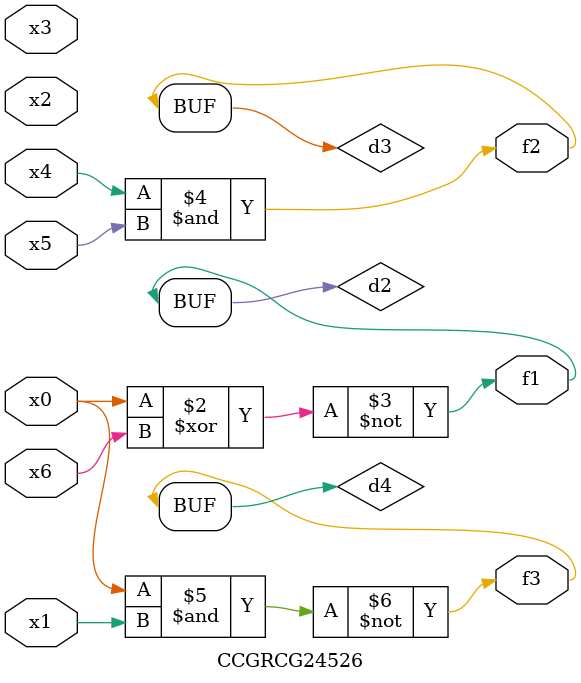
<source format=v>
module CCGRCG24526(
	input x0, x1, x2, x3, x4, x5, x6,
	output f1, f2, f3
);

	wire d1, d2, d3, d4;

	nor (d1, x0);
	xnor (d2, x0, x6);
	and (d3, x4, x5);
	nand (d4, x0, x1);
	assign f1 = d2;
	assign f2 = d3;
	assign f3 = d4;
endmodule

</source>
